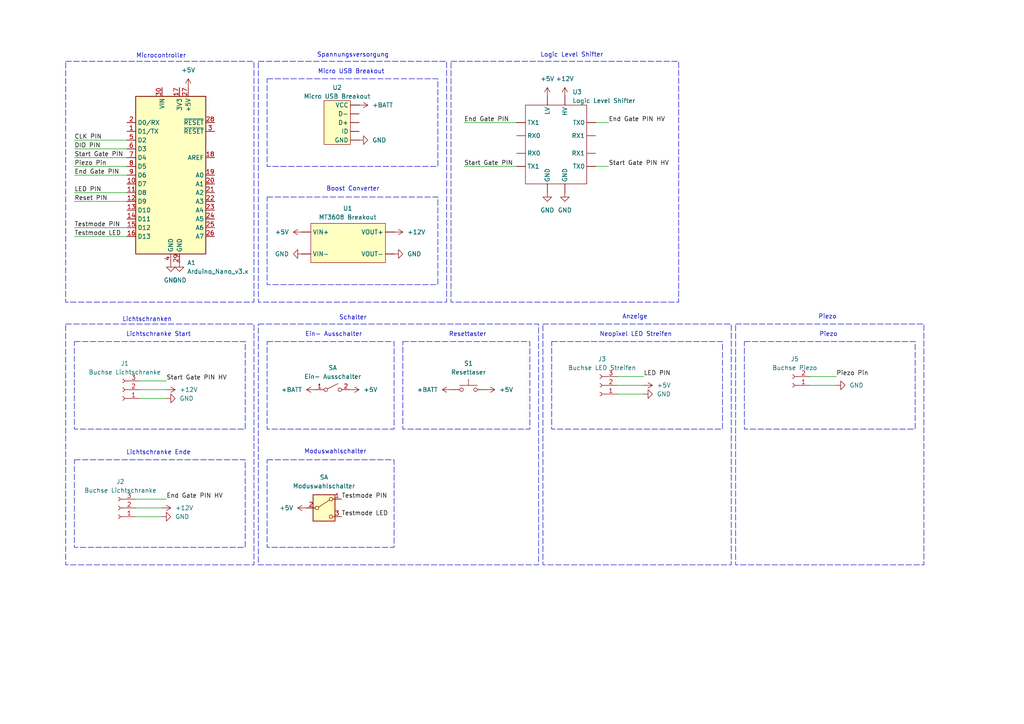
<source format=kicad_sch>
(kicad_sch (version 20231120) (generator "eeschema") (generator_version "8.0")
  (paper "A4")
  (title_block (title "Lichtschranke Zeitmessung") (date "2024-04-30") (rev "0.1") (company "Klaas Ewald"))
  (lib_symbols
    (symbol "China_Boards:Boost_Converter_MT3608"
      (property "Reference" "U" (at -6.35 8.636 0))
      (symbol "Boost_Converter_MT3608_1_1"
        (rectangle (start -11.43 5.08) (end 10.16 -6.35) (fill (type background)))
        (pin input line (at -13.97 2.54 0) (length 2.54) (name "VIN+") (number ""))
        (pin input line (at -13.97 -3.81 0) (length 2.54) (name "VIN-") (number ""))
        (pin output line (at 12.7 2.54 180) (length 2.54) (name "VOUT+") (number ""))
        (pin output line (at 12.7 -3.81 180) (length 2.54) (name "VOUT-") (number ""))
      )
    )
    (symbol "China_Boards:Logic_Level_Converter"
      (property "Reference" "U" (at 6.35 -12.954 0))
      (symbol "Logic_Level_Converter_0_1"
        (rectangle (start -8.89 11.43) (end 8.89 -11.43))
      )
      (symbol "Logic_Level_Converter_1_1"
        (pin input line (at -2.54 -13.97 90) (length 2.54) (name "GND") (number ""))
        (pin input line (at 2.54 -13.97 90) (length 2.54) (name "GND") (number ""))
        (pin input line (at 2.54 13.97 270) (length 2.54) (name "HV") (number ""))
        (pin input line (at -2.54 13.97 270) (length 2.54) (name "LV") (number ""))
        (pin input line (at -11.43 -2.54 0) (length 2.54) (name "RX0") (number ""))
        (pin input line (at -11.43 2.54 0) (length 2.54) (name "RX0") (number ""))
        (pin input line (at 11.43 -2.54 180) (length 2.54) (name "RX1") (number ""))
        (pin input line (at 11.43 2.54 180) (length 2.54) (name "RX1") (number ""))
        (pin input line (at 11.43 -6.35 180) (length 2.54) (name "TX0") (number ""))
        (pin input line (at 11.43 6.35 180) (length 2.54) (name "TX0") (number ""))
        (pin input line (at -11.43 -6.35 0) (length 2.54) (name "TX1") (number ""))
        (pin input line (at -11.43 6.35 0) (length 2.54) (name "TX1") (number ""))
      )
    )
    (symbol "China_Boards:Micro_USB_Breakout"
      (property "Reference" "U" (at -2.032 9.144 0))
      (symbol "Micro_USB_Breakout_1_1"
        (rectangle (start -3.81 6.35) (end 3.81 -6.35) (fill (type background)))
        (pin output line (at 6.35 0 180) (length 2.54) (name "D+") (number ""))
        (pin output line (at 6.35 2.54 180) (length 2.54) (name "D-") (number ""))
        (pin output line (at 6.35 -5.08 180) (length 2.54) (name "GND") (number ""))
        (pin output line (at 6.35 -2.54 180) (length 2.54) (name "ID") (number ""))
        (pin output line (at 6.35 5.08 180) (length 2.54) (name "VCC") (number ""))
      )
    )
    (symbol "Connector:Conn_01x02_Socket" (pin_names (offset 1.016) hide)
      (property "Reference" "J" (at 0 2.54 0))
      (property "Value" "Conn_01x02_Socket" (at 0 -5.08 0))
      (symbol "Conn_01x02_Socket_1_1"
        (arc (start 0 -2.032) (mid -0.5058 -2.54) (end 0 -3.048) (stroke (width 0.1524)))
        (polyline (pts (xy -1.27 -2.54) (xy -0.508 -2.54)) (stroke (width 0.1524)))
        (polyline (pts (xy -1.27 0) (xy -0.508 0)) (stroke (width 0.1524)))
        (arc (start 0 0.508) (mid -0.5058 0) (end 0 -0.508) (stroke (width 0.1524)))
        (pin passive line (at -5.08 0 0) (length 3.81) (name "Pin_1") (number "1"))
        (pin passive line (at -5.08 -2.54 0) (length 3.81) (name "Pin_2") (number "2"))
      )
    )
    (symbol "Connector:Conn_01x03_Socket" (pin_names (offset 1.016) hide)
      (property "Reference" "J" (at 0 5.08 0))
      (property "Value" "Conn_01x03_Socket" (at 0 -5.08 0))
      (symbol "Conn_01x03_Socket_1_1"
        (arc (start 0 -2.032) (mid -0.5058 -2.54) (end 0 -3.048) (stroke (width 0.1524)))
        (polyline (pts (xy -1.27 -2.54) (xy -0.508 -2.54)) (stroke (width 0.1524)))
        (polyline (pts (xy -1.27 0) (xy -0.508 0)) (stroke (width 0.1524)))
        (polyline (pts (xy -1.27 2.54) (xy -0.508 2.54)) (stroke (width 0.1524)))
        (arc (start 0 0.508) (mid -0.5058 0) (end 0 -0.508) (stroke (width 0.1524)))
        (arc (start 0 3.048) (mid -0.5058 2.54) (end 0 2.032) (stroke (width 0.1524)))
        (pin passive line (at -5.08 2.54 0) (length 3.81) (name "Pin_1") (number "1"))
        (pin passive line (at -5.08 0 0) (length 3.81) (name "Pin_2") (number "2"))
        (pin passive line (at -5.08 -2.54 0) (length 3.81) (name "Pin_3") (number "3"))
      )
    )
    (symbol "MCU_Module:Arduino_Nano_v3.x"
      (property "Reference" "A" (at -10.16 23.495 0))
      (property "Value" "Arduino_Nano_v3.x" (at 5.08 -24.13 0))
      (symbol "Arduino_Nano_v3.x_0_1"
        (rectangle (start -10.16 22.86) (end 10.16 -22.86) (stroke (width 0.254)) (fill (type background)))
      )
      (symbol "Arduino_Nano_v3.x_1_1"
        (pin bidirectional line (at -12.7 12.7 0) (length 2.54) (name "D1/TX") (number "1"))
        (pin bidirectional line (at -12.7 -2.54 0) (length 2.54) (name "D7") (number "10"))
        (pin bidirectional line (at -12.7 -5.08 0) (length 2.54) (name "D8") (number "11"))
        (pin bidirectional line (at -12.7 -7.62 0) (length 2.54) (name "D9") (number "12"))
        (pin bidirectional line (at -12.7 -10.16 0) (length 2.54) (name "D10") (number "13"))
        (pin bidirectional line (at -12.7 -12.7 0) (length 2.54) (name "D11") (number "14"))
        (pin bidirectional line (at -12.7 -15.24 0) (length 2.54) (name "D12") (number "15"))
        (pin bidirectional line (at -12.7 -17.78 0) (length 2.54) (name "D13") (number "16"))
        (pin power_out line (at 2.54 25.4 270) (length 2.54) (name "3V3") (number "17"))
        (pin input line (at 12.7 5.08 180) (length 2.54) (name "AREF") (number "18"))
        (pin bidirectional line (at 12.7 0 180) (length 2.54) (name "A0") (number "19"))
        (pin bidirectional line (at -12.7 15.24 0) (length 2.54) (name "D0/RX") (number "2"))
        (pin bidirectional line (at 12.7 -2.54 180) (length 2.54) (name "A1") (number "20"))
        (pin bidirectional line (at 12.7 -5.08 180) (length 2.54) (name "A2") (number "21"))
        (pin bidirectional line (at 12.7 -7.62 180) (length 2.54) (name "A3") (number "22"))
        (pin bidirectional line (at 12.7 -10.16 180) (length 2.54) (name "A4") (number "23"))
        (pin bidirectional line (at 12.7 -12.7 180) (length 2.54) (name "A5") (number "24"))
        (pin bidirectional line (at 12.7 -15.24 180) (length 2.54) (name "A6") (number "25"))
        (pin bidirectional line (at 12.7 -17.78 180) (length 2.54) (name "A7") (number "26"))
        (pin power_out line (at 5.08 25.4 270) (length 2.54) (name "+5V") (number "27"))
        (pin input line (at 12.7 15.24 180) (length 2.54) (name "~{RESET}") (number "28"))
        (pin power_in line (at 2.54 -25.4 90) (length 2.54) (name "GND") (number "29"))
        (pin input line (at 12.7 12.7 180) (length 2.54) (name "~{RESET}") (number "3"))
        (pin power_in line (at -2.54 25.4 270) (length 2.54) (name "VIN") (number "30"))
        (pin power_in line (at 0 -25.4 90) (length 2.54) (name "GND") (number "4"))
        (pin bidirectional line (at -12.7 10.16 0) (length 2.54) (name "D2") (number "5"))
        (pin bidirectional line (at -12.7 7.62 0) (length 2.54) (name "D3") (number "6"))
        (pin bidirectional line (at -12.7 5.08 0) (length 2.54) (name "D4") (number "7"))
        (pin bidirectional line (at -12.7 2.54 0) (length 2.54) (name "D5") (number "8"))
        (pin bidirectional line (at -12.7 0 0) (length 2.54) (name "D6") (number "9"))
      )
    )
    (symbol "Switch:SW_DPDT_x2" (pin_names (offset 0) hide)
      (property "Reference" "SW" (at 0 5.08 0))
      (property "Value" "SW_DPDT_x2" (at 0 -5.08 0))
      (symbol "SW_DPDT_x2_0_0"
        (circle (center -2.032 0) (radius 0.508))
        (circle (center 2.032 -2.54) (radius 0.508))
      )
      (symbol "SW_DPDT_x2_0_1"
        (rectangle (start -3.175 3.81) (end 3.175 -3.81) (stroke (width 0.254)) (fill (type background)))
        (polyline (pts (xy -1.524 0.254) (xy 1.5748 2.286)))
        (circle (center 2.032 2.54) (radius 0.508))
      )
      (symbol "SW_DPDT_x2_1_1"
        (pin passive line (at 5.08 2.54 180) (length 2.54) (name "A") (number "1"))
        (pin passive line (at -5.08 0 0) (length 2.54) (name "B") (number "2"))
        (pin passive line (at 5.08 -2.54 180) (length 2.54) (name "C") (number "3"))
      )
      (symbol "SW_DPDT_x2_2_1"
        (pin passive line (at 5.08 2.54 180) (length 2.54) (name "A") (number "4"))
        (pin passive line (at -5.08 0 0) (length 2.54) (name "B") (number "5"))
        (pin passive line (at 5.08 -2.54 180) (length 2.54) (name "C") (number "6"))
      )
    )
    (symbol "Switch:SW_DPST_x2" (pin_names (offset 0) hide)
      (property "Reference" "SW" (at 0 3.175 0))
      (property "Value" "SW_DPST_x2" (at 0 -2.54 0))
      (symbol "SW_DPST_x2_0_0"
        (circle (center -2.032 0) (radius 0.508))
        (polyline (pts (xy -1.524 0.254) (xy 1.524 1.778)))
        (circle (center 2.032 0) (radius 0.508))
      )
      (symbol "SW_DPST_x2_1_1"
        (pin passive line (at -5.08 0 0) (length 2.54) (name "A") (number "1"))
        (pin passive line (at 5.08 0 180) (length 2.54) (name "B") (number "2"))
      )
      (symbol "SW_DPST_x2_2_1"
        (pin passive line (at -5.08 0 0) (length 2.54) (name "A") (number "3"))
        (pin passive line (at 5.08 0 180) (length 2.54) (name "B") (number "4"))
      )
    )
    (symbol "Switch:SW_Push" (pin_numbers hide) (pin_names (offset 1.016) hide)
      (property "Reference" "SW" (at 1.27 2.54 0))
      (property "Value" "SW_Push" (at 0 -1.524 0))
      (symbol "SW_Push_0_1"
        (circle (center -2.032 0) (radius 0.508))
        (polyline (pts (xy 0 1.27) (xy 0 3.048)))
        (polyline (pts (xy 2.54 1.27) (xy -2.54 1.27)))
        (circle (center 2.032 0) (radius 0.508))
        (pin passive line (at -5.08 0 0) (length 2.54) (name "1") (number "1"))
        (pin passive line (at 5.08 0 180) (length 2.54) (name "2") (number "2"))
      )
    )
    (symbol "power:+12V" (power) (pin_numbers hide) (pin_names (offset 0) hide)
      (property "Value" "+12V" (at 0 3.556 0))
      (symbol "+12V_0_1"
        (polyline (pts (xy -0.762 1.27) (xy 0 2.54)))
        (polyline (pts (xy 0 0) (xy 0 2.54)))
        (polyline (pts (xy 0 2.54) (xy 0.762 1.27)))
      )
      (symbol "+12V_1_1"
        (pin power_in line (at 0 0 90) (length 0) (name "~") (number "1"))
      )
    )
    (symbol "power:+5V" (power) (pin_numbers hide) (pin_names (offset 0) hide)
      (property "Value" "+5V" (at 0 3.556 0))
      (symbol "+5V_0_1"
        (polyline (pts (xy -0.762 1.27) (xy 0 2.54)))
        (polyline (pts (xy 0 0) (xy 0 2.54)))
        (polyline (pts (xy 0 2.54) (xy 0.762 1.27)))
      )
      (symbol "+5V_1_1"
        (pin power_in line (at 0 0 90) (length 0) (name "~") (number "1"))
      )
    )
    (symbol "power:+BATT" (power) (pin_numbers hide) (pin_names (offset 0) hide)
      (property "Value" "+BATT" (at 0 3.556 0))
      (symbol "+BATT_0_1"
        (polyline (pts (xy -0.762 1.27) (xy 0 2.54)))
        (polyline (pts (xy 0 0) (xy 0 2.54)))
        (polyline (pts (xy 0 2.54) (xy 0.762 1.27)))
      )
      (symbol "+BATT_1_1"
        (pin power_in line (at 0 0 90) (length 0) (name "~") (number "1"))
      )
    )
    (symbol "power:GND" (power) (pin_numbers hide) (pin_names (offset 0) hide)
      (property "Value" "GND" (at 0 -3.81 0))
      (symbol "GND_0_1"
        (polyline (pts (xy 0 0) (xy 0 -1.27) (xy 1.27 -1.27) (xy 0 -2.54) (xy -1.27 -1.27) (xy 0 -1.27)))
      )
      (symbol "GND_1_1"
        (pin power_in line (at 0 0 270) (length 0) (name "~") (number "1"))
      )
    )
  )
  (wire (pts (xy 40.64 110.49) (xy 48.26 110.49)))
  (wire (pts (xy 21.59 50.8) (xy 36.83 50.8)))
  (wire (pts (xy 39.37 144.78) (xy 48.26 144.78)))
  (wire (pts (xy 21.59 45.72) (xy 36.83 45.72)))
  (wire (pts (xy 172.72 48.26) (xy 176.53 48.26)))
  (wire (pts (xy 21.59 66.04) (xy 36.83 66.04)))
  (wire (pts (xy 172.72 35.56) (xy 176.53 35.56)))
  (wire (pts (xy 39.37 149.86) (xy 46.99 149.86)))
  (wire (pts (xy 21.59 43.18) (xy 36.83 43.18)))
  (wire (pts (xy 179.07 111.76) (xy 186.69 111.76)))
  (wire (pts (xy 21.59 40.64) (xy 36.83 40.64)))
  (wire (pts (xy 234.95 111.76) (xy 242.57 111.76)))
  (wire (pts (xy 134.62 48.26) (xy 149.86 48.26)))
  (wire (pts (xy 134.62 35.56) (xy 149.86 35.56)))
  (wire (pts (xy 21.59 55.88) (xy 36.83 55.88)))
  (wire (pts (xy 234.95 109.22) (xy 242.57 109.22)))
  (wire (pts (xy 179.07 109.22) (xy 186.69 109.22)))
  (wire (pts (xy 21.59 48.26) (xy 36.83 48.26)))
  (wire (pts (xy 179.07 114.3) (xy 186.69 114.3)))
  (wire (pts (xy 21.59 58.42) (xy 36.83 58.42)))
  (wire (pts (xy 39.37 147.32) (xy 46.99 147.32)))
  (wire (pts (xy 21.59 68.58) (xy 36.83 68.58)))
  (wire (pts (xy 40.64 113.03) (xy 48.26 113.03)))
  (wire (pts (xy 40.64 115.57) (xy 48.26 115.57)))
  (rectangle (start 213.36 93.98) (end 267.97 163.83) (stroke (width 0) (type dash)))
  (rectangle (start 77.47 99.06) (end 114.3 124.46) (stroke (width 0) (type dash)))
  (rectangle (start 116.84 99.06) (end 153.67 124.46) (stroke (width 0) (type dash)))
  (rectangle (start 19.05 93.98) (end 73.66 163.83) (stroke (width 0) (type dash)))
  (rectangle (start 157.48 93.98) (end 212.09 163.83) (stroke (width 0) (type dash)))
  (rectangle (start 74.93 17.78) (end 129.54 87.63) (stroke (width 0) (type dash)))
  (rectangle (start 77.47 57.15) (end 127 82.55) (stroke (width 0) (type dash)))
  (rectangle (start 74.93 93.98) (end 156.21 163.83) (stroke (width 0) (type dash)))
  (rectangle (start 19.05 17.78) (end 73.66 87.63) (stroke (width 0) (type dash)))
  (rectangle (start 130.81 17.78) (end 196.85 87.63) (stroke (width 0) (type dash)))
  (rectangle (start 77.47 133.35) (end 114.3 158.75) (stroke (width 0) (type dash)))
  (rectangle (start 77.47 22.86) (end 127 48.26) (stroke (width 0) (type dash)))
  (rectangle (start 21.59 133.35) (end 71.12 158.75) (stroke (width 0) (type dash)))
  (rectangle (start 160.02 99.06) (end 209.55 124.46) (stroke (width 0) (type dash)))
  (rectangle (start 215.9 99.06) (end 265.43 124.46) (stroke (width 0) (type dash)))
  (rectangle (start 21.59 99.06) (end 71.12 124.46) (stroke (width 0) (type dash)))
  (text "Resettaster" (at 135.636 97.028 0) (effects (font (size 1.27 1.27))))
  (text "Spannungsversorgung" (at 102.362 16.002 0) (effects (font (size 1.27 1.27))))
  (text "Neopixel LED Streifen" (at 184.404 97.028 0) (effects (font (size 1.27 1.27))))
  (text "Ein- Ausschalter\n" (at 96.774 97.028 0) (effects (font (size 1.27 1.27))))
  (text "Microcontroller" (at 46.736 16.256 0) (effects (font (size 1.27 1.27))))
  (text "Boost Converter" (at 102.362 54.864 0) (effects (font (size 1.27 1.27))))
  (text "Lichtschranke Start" (at 45.974 97.028 0) (effects (font (size 1.27 1.27))))
  (text "Schalter\n" (at 102.362 92.202 0) (effects (font (size 1.27 1.27))))
  (text "Lichtschranken" (at 42.672 92.71 0) (effects (font (size 1.27 1.27))))
  (text "Logic Level Shifter" (at 165.862 16.002 0) (effects (font (size 1.27 1.27))))
  (text "Lichtschranke Ende\n" (at 45.974 131.318 0) (effects (font (size 1.27 1.27))))
  (text "Micro USB Breakout" (at 101.854 20.828 0) (effects (font (size 1.27 1.27))))
  (text "Moduswahlschalter\n" (at 97.282 131.064 0) (effects (font (size 1.27 1.27))))
  (text "Piezo" (at 240.284 97.028 0) (effects (font (size 1.27 1.27))))
  (text "Piezo" (at 240.03 91.948 0) (effects (font (size 1.27 1.27))))
  (text "Anzeige\n" (at 184.15 91.948 0) (effects (font (size 1.27 1.27))))
  (label "Start Gate PIN HV" (at 176.53 48.26 0))
  (label "Start Gate PIN" (at 134.62 48.26 0))
  (label "CLK PIN" (at 21.59 40.64 0))
  (label "Piezo Pin" (at 242.57 109.22 0))
  (label "End Gate PIN" (at 134.62 35.56 0))
  (label "DIO PIN" (at 21.59 43.18 0))
  (label "Start Gate PIN" (at 21.59 45.72 0))
  (label "Testmode LED" (at 99.06 149.86 0))
  (label "Testmode PIN" (at 21.59 66.04 0))
  (label "Testmode LED" (at 21.59 68.58 0))
  (label "End Gate PIN" (at 21.59 50.8 0))
  (label "End Gate PIN HV" (at 48.26 144.78 0))
  (label "Reset PIN" (at 21.59 58.42 0))
  (label "Piezo Pin" (at 21.59 48.26 0))
  (label "Testmode PIN" (at 99.06 144.78 0))
  (label "End Gate PIN HV" (at 176.53 35.56 0))
  (label "LED PIN" (at 21.59 55.88 0))
  (label "LED PIN" (at 186.69 109.22 0))
  (label "Start Gate PIN HV" (at 48.26 110.49 0))
  (symbol (lib_id "power:+BATT") (at 91.44 113.03 90) (unit 1)
    (property "Reference" "#PWR014" (effects (hide yes)))
    (property "Value" "+BATT" (at 87.63 113.0299 90) (effects (justify left)))
    (property "Description" "Power symbol creates a global label with name \"+BATT\"" (effects (hide yes)))
  )
  (symbol (lib_id "power:+5V") (at 54.61 25.4 0) (unit 1)
    (property "Reference" "#PWR03" (effects (hide yes)))
    (property "Value" "+5V" (at 54.61 20.32 0))
    (property "Description" "Power symbol creates a global label with name \"+5V\"" (effects (hide yes)))
  )
  (symbol (lib_id "power:GND") (at 46.99 149.86 90) (unit 1)
    (property "Reference" "#PWR017" (effects (hide yes)))
    (property "Value" "GND" (at 50.8 149.8599 90) (effects (justify right)))
    (property "Description" "Power symbol creates a global label with name \"GND\" , ground" (effects (hide yes)))
  )
  (symbol (lib_id "power:+12V") (at 114.3 67.31 270) (unit 1)
    (property "Reference" "#PWR09" (effects (hide yes)))
    (property "Value" "+12V" (at 118.11 67.3099 90) (effects (justify left)))
    (property "Description" "Power symbol creates a global label with name \"+12V\"" (effects (hide yes)))
  )
  (symbol (lib_id "power:+5V") (at 87.63 67.31 90) (unit 1)
    (property "Reference" "#PWR08" (effects (hide yes)))
    (property "Value" "+5V" (at 83.82 67.3099 90) (effects (justify left)))
    (property "Description" "Power symbol creates a global label with name \"+5V\"" (effects (hide yes)))
  )
  (symbol (lib_id "Switch:SW_Push") (at 135.89 113.03 0) (unit 1)
    (property "Reference" "S1" (at 135.89 105.41 0))
    (property "Value" "Resettaser" (at 135.89 107.95 0))
    (property "Description" "Push button switch, generic, two pins" (effects (hide yes)))
  )
  (symbol (lib_id "China_Boards:Logic_Level_Converter") (at 161.29 41.91 0) (unit 1)
    (property "Reference" "U3" (at 166.0241 26.67 0) (effects (justify left)))
    (property "Value" "Logic Level Shifter" (at 166.0241 29.21 0) (effects (justify left)))
  )
  (symbol (lib_id "power:GND") (at 186.69 114.3 90) (unit 1)
    (property "Reference" "#PWR022" (effects (hide yes)))
    (property "Value" "GND" (at 190.5 114.2999 90) (effects (justify right)))
    (property "Description" "Power symbol creates a global label with name \"GND\" , ground" (effects (hide yes)))
  )
  (symbol (lib_id "power:GND") (at 163.83 55.88 0) (unit 1)
    (property "Reference" "#PWR010" (effects (hide yes)))
    (property "Value" "GND" (at 163.83 60.96 0))
    (property "Description" "Power symbol creates a global label with name \"GND\" , ground" (effects (hide yes)))
  )
  (symbol (lib_id "power:GND") (at 104.14 40.64 90) (unit 1)
    (property "Reference" "#PWR04" (effects (hide yes)))
    (property "Value" "GND" (at 107.95 40.6399 90) (effects (justify right)))
    (property "Description" "Power symbol creates a global label with name \"GND\" , ground" (effects (hide yes)))
  )
  (symbol (lib_id "power:+5V") (at 101.6 113.03 270) (unit 1)
    (property "Reference" "#PWR019" (effects (hide yes)))
    (property "Value" "+5V" (at 105.41 113.0299 90) (effects (justify left)))
    (property "Description" "Power symbol creates a global label with name \"+5V\"" (effects (hide yes)))
  )
  (symbol (lib_id "power:GND") (at 52.07 76.2 0) (unit 1)
    (property "Reference" "#PWR02" (effects (hide yes)))
    (property "Value" "GND" (at 52.07 81.28 0))
    (property "Description" "Power symbol creates a global label with name \"GND\" , ground" (effects (hide yes)))
  )
  (symbol (lib_id "Switch:SW_DPST_x2") (at 96.52 113.03 0) (unit 1)
    (property "Reference" "S" (at 96.52 106.68 0))
    (property "Value" "Ein- Ausschalter" (at 96.52 109.22 0))
    (property "Description" "Single Pole Single Throw (SPST) switch, separate symbol" (effects (hide yes)))
  )
  (symbol (lib_id "Switch:SW_DPDT_x2") (at 93.98 147.32 0) (unit 1)
    (property "Reference" "S" (at 93.98 138.43 0))
    (property "Value" "Moduswahlschalter" (at 93.98 140.97 0))
    (property "Description" "Switch, dual pole double throw, separate symbols" (effects (hide yes)))
  )
  (symbol (lib_id "China_Boards:Boost_Converter_MT3608") (at 101.6 69.85 0) (unit 1)
    (property "Reference" "U1" (at 100.838 60.452 0))
    (property "Value" "MT3608 Breakout" (at 100.838 62.992 0))
  )
  (symbol (lib_id "power:+12V") (at 163.83 27.94 0) (unit 1)
    (property "Reference" "#PWR013" (effects (hide yes)))
    (property "Value" "+12V" (at 163.83 22.86 0))
    (property "Description" "Power symbol creates a global label with name \"+12V\"" (effects (hide yes)))
  )
  (symbol (lib_id "power:+BATT") (at 130.81 113.03 90) (unit 1)
    (property "Reference" "#PWR023" (effects (hide yes)))
    (property "Value" "+BATT" (at 127 113.0299 90) (effects (justify left)))
    (property "Description" "Power symbol creates a global label with name \"+BATT\"" (effects (hide yes)))
  )
  (symbol (lib_id "Connector:Conn_01x03_Socket") (at 173.99 111.76 180) (unit 1)
    (property "Reference" "J3" (at 174.625 104.14 0))
    (property "Value" "Buchse LED Streifen" (at 174.625 106.68 0))
    (property "Description" "Generic connector, single row, 01x03, script generated" (effects (hide yes)))
  )
  (symbol (lib_id "Connector:Conn_01x02_Socket") (at 229.87 111.76 180) (unit 1)
    (property "Reference" "J5" (at 230.505 104.14 0))
    (property "Value" "Buchse Piezo" (at 230.505 106.68 0))
    (property "Description" "Generic connector, single row, 01x02, script generated" (effects (hide yes)))
  )
  (symbol (lib_id "power:+BATT") (at 104.14 30.48 270) (unit 1)
    (property "Reference" "#PWR015" (effects (hide yes)))
    (property "Value" "+BATT" (at 107.95 30.4799 90) (effects (justify left)))
    (property "Description" "Power symbol creates a global label with name \"+BATT\"" (effects (hide yes)))
  )
  (symbol (lib_id "power:+12V") (at 46.99 147.32 270) (unit 1)
    (property "Reference" "#PWR016" (effects (hide yes)))
    (property "Value" "+12V" (at 50.8 147.3199 90) (effects (justify left)))
    (property "Description" "Power symbol creates a global label with name \"+12V\"" (effects (hide yes)))
  )
  (symbol (lib_id "power:GND") (at 48.26 115.57 90) (unit 1)
    (property "Reference" "#PWR020" (effects (hide yes)))
    (property "Value" "GND" (at 52.07 115.5699 90) (effects (justify right)))
    (property "Description" "Power symbol creates a global label with name \"GND\" , ground" (effects (hide yes)))
  )
  (symbol (lib_id "power:+5V") (at 140.97 113.03 270) (unit 1)
    (property "Reference" "#PWR025" (effects (hide yes)))
    (property "Value" "+5V" (at 144.78 113.0299 90) (effects (justify left)))
    (property "Description" "Power symbol creates a global label with name \"+5V\"" (effects (hide yes)))
  )
  (symbol (lib_id "power:+5V") (at 88.9 147.32 90) (unit 1)
    (property "Reference" "#PWR06" (effects (hide yes)))
    (property "Value" "+5V" (at 85.09 147.3199 90) (effects (justify left)))
    (property "Description" "Power symbol creates a global label with name \"+5V\"" (effects (hide yes)))
  )
  (symbol (lib_id "China_Boards:Micro_USB_Breakout") (at 97.79 35.56 0) (unit 1)
    (property "Reference" "U2" (at 97.79 25.4 0))
    (property "Value" "Micro USB Breakout" (at 97.79 27.94 0))
  )
  (symbol (lib_id "power:GND") (at 87.63 73.66 270) (unit 1)
    (property "Reference" "#PWR07" (effects (hide yes)))
    (property "Value" "GND" (at 83.82 73.6599 90) (effects (justify right)))
    (property "Description" "Power symbol creates a global label with name \"GND\" , ground" (effects (hide yes)))
  )
  (symbol (lib_id "MCU_Module:Arduino_Nano_v3.x") (at 49.53 50.8 0) (unit 1)
    (property "Reference" "A1" (at 54.2641 76.2 0) (effects (justify left)))
    (property "Value" "Arduino_Nano_v3.x" (at 54.2641 78.74 0) (effects (justify left)))
    (property "Footprint" "Module:Arduino_Nano" (effects (hide yes)))
    (property "Datasheet" "http://www.mouser.com/pdfdocs/Gravitech_Arduino_Nano3_0.pdf" (effects (hide yes)))
    (property "Description" "Arduino Nano v3.x" (effects (hide yes)))
  )
  (symbol (lib_id "power:GND") (at 49.53 76.2 0) (unit 1)
    (property "Reference" "#PWR01" (effects (hide yes)))
    (property "Value" "GND" (at 49.53 81.28 0))
    (property "Description" "Power symbol creates a global label with name \"GND\" , ground" (effects (hide yes)))
  )
  (symbol (lib_id "power:+5V") (at 158.75 27.94 0) (unit 1)
    (property "Reference" "#PWR012" (effects (hide yes)))
    (property "Value" "+5V" (at 158.75 22.86 0))
    (property "Description" "Power symbol creates a global label with name \"+5V\"" (effects (hide yes)))
  )
  (symbol (lib_id "power:GND") (at 242.57 111.76 90) (unit 1)
    (property "Reference" "#PWR024" (effects (hide yes)))
    (property "Value" "GND" (at 246.38 111.7599 90) (effects (justify right)))
    (property "Description" "Power symbol creates a global label with name \"GND\" , ground" (effects (hide yes)))
  )
  (symbol (lib_id "power:GND") (at 158.75 55.88 0) (unit 1)
    (property "Reference" "#PWR011" (effects (hide yes)))
    (property "Value" "GND" (at 158.75 60.96 0))
    (property "Description" "Power symbol creates a global label with name \"GND\" , ground" (effects (hide yes)))
  )
  (symbol (lib_id "Connector:Conn_01x03_Socket") (at 34.29 147.32 180) (unit 1)
    (property "Reference" "J2" (at 34.925 139.7 0))
    (property "Value" "Buchse Lichtschranke" (at 34.925 142.24 0))
    (property "Description" "Generic connector, single row, 01x03, script generated" (effects (hide yes)))
  )
  (symbol (lib_id "power:+12V") (at 48.26 113.03 270) (unit 1)
    (property "Reference" "#PWR018" (effects (hide yes)))
    (property "Value" "+12V" (at 52.07 113.0299 90) (effects (justify left)))
    (property "Description" "Power symbol creates a global label with name \"+12V\"" (effects (hide yes)))
  )
  (symbol (lib_id "Connector:Conn_01x03_Socket") (at 35.56 113.03 180) (unit 1)
    (property "Reference" "J1" (at 36.195 105.41 0))
    (property "Value" "Buchse Lichtschranke" (at 36.195 107.95 0))
    (property "Description" "Generic connector, single row, 01x03, script generated" (effects (hide yes)))
  )
  (symbol (lib_id "power:+5V") (at 186.69 111.76 270) (unit 1)
    (property "Reference" "#PWR021" (effects (hide yes)))
    (property "Value" "+5V" (at 190.5 111.7599 90) (effects (justify left)))
    (property "Description" "Power symbol creates a global label with name \"+5V\"" (effects (hide yes)))
  )
  (symbol (lib_id "power:GND") (at 114.3 73.66 90) (unit 1)
    (property "Reference" "#PWR05" (effects (hide yes)))
    (property "Value" "GND" (at 118.11 73.6599 90) (effects (justify right)))
    (property "Description" "Power symbol creates a global label with name \"GND\" , ground" (effects (hide yes)))
  )
)
</source>
